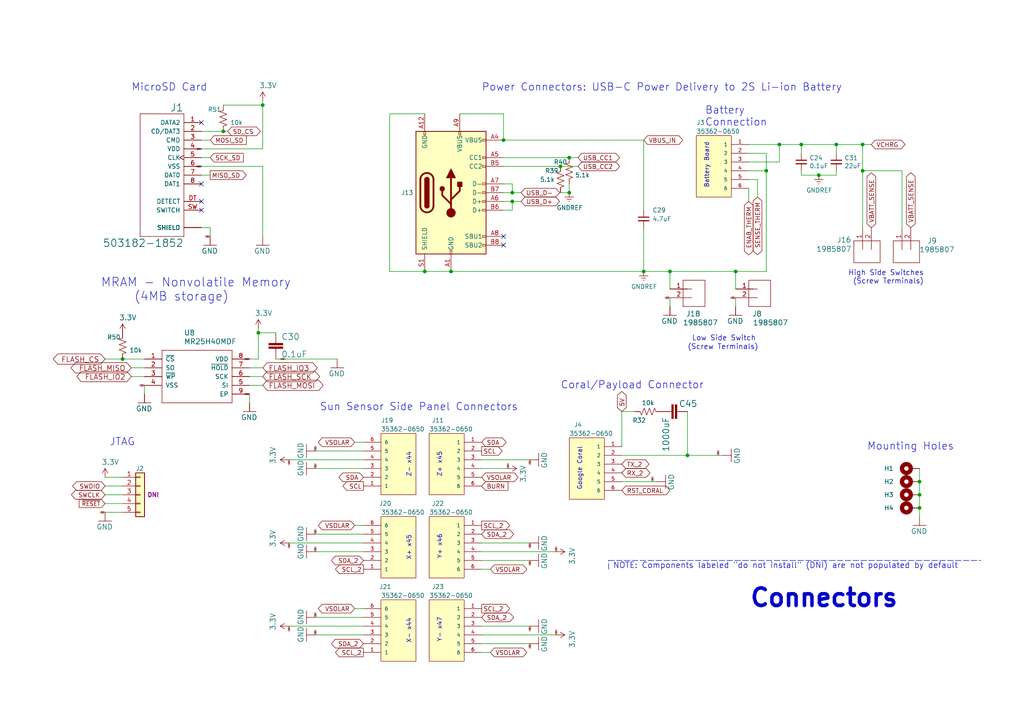
<source format=kicad_sch>
(kicad_sch (version 20211123) (generator eeschema)
  (paper "A4")
  (title_block (title "PyCubed Mainboard") (date "2021-06-09") (rev "v05c") (company "Max Holliday"))
  (lib_symbols
    (symbol "Connector_Generic:Conn_01x05" (pin_names (offset 1.016) hide)
      (property "Reference" "J" (at 0 7.62 0))
      (property "Value" "Conn_01x05" (at 0 -7.62 0))
      (symbol "Conn_01x05_1_1"
        (rectangle (start -1.27 -4.953) (end 0 -5.207) (stroke (width 0.1524)))
        (rectangle (start -1.27 -2.413) (end 0 -2.667) (stroke (width 0.1524)))
        (rectangle (start -1.27 0.127) (end 0 -0.127) (stroke (width 0.1524)))
        (rectangle (start -1.27 2.667) (end 0 2.413) (stroke (width 0.1524)))
        (rectangle (start -1.27 5.207) (end 0 4.953) (stroke (width 0.1524)))
        (rectangle (start -1.27 6.35) (end 1.27 -6.35) (stroke (width 0.254)) (fill (type background)))
        (pin passive line (at -5.08 5.08 0) (length 3.81) (name "Pin_1") (number "1"))
        (pin passive line (at -5.08 2.54 0) (length 3.81) (name "Pin_2") (number "2"))
        (pin passive line (at -5.08 0 0) (length 3.81) (name "Pin_3") (number "3"))
        (pin passive line (at -5.08 -2.54 0) (length 3.81) (name "Pin_4") (number "4"))
        (pin passive line (at -5.08 -5.08 0) (length 3.81) (name "Pin_5") (number "5"))
      )
    )
    (symbol "Device:C_Small" (pin_numbers hide) (pin_names (offset 0.254) hide)
      (property "Reference" "C" (at 0.254 1.778 0))
      (property "Value" "C_Small" (at 0.254 -2.032 0))
      (symbol "C_Small_0_1"
        (polyline (pts (xy -1.524 -0.508) (xy 1.524 -0.508)) (stroke (width 0.3302)))
        (polyline (pts (xy -1.524 0.508) (xy 1.524 0.508)) (stroke (width 0.3048)))
      )
      (symbol "C_Small_1_1"
        (pin passive line (at 0 2.54 270) (length 2.032) (name "~") (number "1"))
        (pin passive line (at 0 -2.54 90) (length 2.032) (name "~") (number "2"))
      )
    )
    (symbol "Device:R_US" (pin_numbers hide) (pin_names (offset 0))
      (property "Reference" "R" (at 2.54 0 90))
      (property "Value" "R_US" (at -2.54 0 90))
      (symbol "R_US_0_1"
        (polyline (pts (xy 0 -2.286) (xy 0 -2.54)))
        (polyline (pts (xy 0 2.286) (xy 0 2.54)))
        (polyline (pts (xy 0 -0.762) (xy 1.016 -1.143) (xy 0 -1.524) (xy -1.016 -1.905) (xy 0 -2.286)))
        (polyline (pts (xy 0 0.762) (xy 1.016 0.381) (xy 0 0) (xy -1.016 -0.381) (xy 0 -0.762)))
        (polyline (pts (xy 0 2.286) (xy 1.016 1.905) (xy 0 1.524) (xy -1.016 1.143) (xy 0 0.762)))
      )
      (symbol "R_US_1_1"
        (pin passive line (at 0 3.81 270) (length 1.27) (name "~") (number "1"))
        (pin passive line (at 0 -3.81 90) (length 1.27) (name "~") (number "2"))
      )
    )
    (symbol "Mechanical:MountingHole_Pad" (pin_numbers hide) (pin_names (offset 1.016) hide)
      (property "Reference" "H" (at 0 6.35 0))
      (property "Value" "MountingHole_Pad" (at 0 4.445 0))
      (symbol "MountingHole_Pad_0_1"
        (circle (center 0 1.27) (radius 1.27) (stroke (width 1.27)))
      )
      (symbol "MountingHole_Pad_1_1"
        (pin input line (at 0 -2.54 90) (length 2.54) (name "1") (number "1"))
      )
    )
    (symbol "mainboard:2.2UF-0603-10V-20%" (pin_names (offset 1.016))
      (property "Reference" "C" (at 1.524 2.921 0))
      (property "Value" "2.2UF-0603-10V-20%" (at 1.524 -2.159 0))
      (symbol "2.2UF-0603-10V-20%_1_0"
        (rectangle (start -2.032 0.508) (end 2.032 1.016) (fill (type outline)))
        (rectangle (start -2.032 1.524) (end 2.032 2.032) (fill (type outline)))
        (polyline (pts (xy 0 0) (xy 0 0.508)))
        (polyline (pts (xy 0 2.54) (xy 0 2.032)))
        (pin passive line (at 0 5.08 270) (length 2.54) (name "1") (number "1"))
        (pin passive line (at 0 -2.54 90) (length 2.54) (name "2") (number "2"))
      )
    )
    (symbol "mainboard:3.3V" (power) (pin_names (offset 1.016))
      (property "Value" "3.3V" (at -1.016 3.556 0))
      (symbol "3.3V_1_0"
        (polyline (pts (xy 0 2.54) (xy -0.762 1.27)))
        (polyline (pts (xy 0.762 1.27) (xy 0 2.54)))
        (pin power_in line (at 0 0 90) (length 2.54) (name "3.3V") (number "1"))
      )
    )
    (symbol "mainboard:35362-0650" (pin_names (offset 1.016))
      (property "Reference" "J" (at -5.334 11.4554 0))
      (property "Value" "35362-0650" (at -6.096 -11.684 0))
      (symbol "35362-0650_0_0"
        (rectangle (start -5.08 -7.62) (end 5.08 10.16) (stroke (width 0.1524)) (fill (type background)))
        (pin passive line (at 10.16 7.62 180) (length 5.08) (name "1") (number "1"))
        (pin passive line (at 10.16 5.08 180) (length 5.08) (name "2") (number "2"))
        (pin passive line (at 10.16 2.54 180) (length 5.08) (name "3") (number "3"))
        (pin passive line (at 10.16 0 180) (length 5.08) (name "4") (number "4"))
        (pin passive line (at 10.16 -2.54 180) (length 5.08) (name "5") (number "5"))
        (pin passive line (at 10.16 -5.08 180) (length 5.08) (name "6") (number "6"))
      )
    )
    (symbol "mainboard:503182-1852" (pin_names (offset 1.016))
      (property "Reference" "J" (at 0 18.3642 0))
      (property "Value" "503182-1852" (at 0 -20.9042 0))
      (symbol "503182-1852_1_0"
        (polyline (pts (xy 0 -17.78) (xy 12.7 -17.78)))
        (polyline (pts (xy 0 17.78) (xy 0 -17.78)))
        (polyline (pts (xy 12.7 -17.78) (xy 12.7 17.78)))
        (polyline (pts (xy 12.7 17.78) (xy 0 17.78)))
        (pin bidirectional line (at -5.08 15.24 0) (length 5.08) (name "DATA2") (number "1"))
        (pin bidirectional line (at -5.08 12.7 0) (length 5.08) (name "CD/DAT3") (number "2"))
        (pin bidirectional line (at -5.08 10.16 0) (length 5.08) (name "CMD") (number "3"))
        (pin power_in line (at -5.08 7.62 0) (length 5.08) (name "VDD") (number "4"))
        (pin bidirectional clock (at -5.08 5.08 0) (length 5.08) (name "CLK") (number "5"))
        (pin power_in line (at -5.08 2.54 0) (length 5.08) (name "VSS") (number "6"))
        (pin bidirectional line (at -5.08 0 0) (length 5.08) (name "DAT0") (number "7"))
        (pin bidirectional line (at -5.08 -2.54 0) (length 5.08) (name "DAT1") (number "8"))
        (pin bidirectional line (at -5.08 -7.62 0) (length 5.08) (name "DETECT") (number "DT"))
        (pin passive line (at -5.08 -15.24 0) (length 5.08) (name "SHIELD") (number "P1"))
        (pin passive line (at -5.08 -15.24 0) (length 5.08) (name "SHIELD") (number "P2"))
        (pin passive line (at -5.08 -15.24 0) (length 5.08) (name "SHIELD") (number "P3"))
        (pin passive line (at -5.08 -15.24 0) (length 5.08) (name "SHIELD") (number "P4"))
        (pin passive line (at -5.08 -15.24 0) (length 5.08) (name "SHIELD") (number "P5"))
        (pin bidirectional line (at -5.08 -10.16 0) (length 5.08) (name "SWITCH") (number "SW"))
      )
    )
    (symbol "mainboard:GND" (power) (pin_names (offset 1.016))
      (property "Value" "GND" (at -2.54 -2.54 0))
      (symbol "GND_1_0"
        (polyline (pts (xy -1.905 0) (xy 1.905 0)))
        (pin power_in line (at 0 2.54 270) (length 2.54) (name "GND") (number "1"))
      )
    )
    (symbol "mainboard:M023.5MM_LOCK" (pin_names (offset 1.016))
      (property "Reference" "JP" (at -2.54 5.842 0))
      (property "Value" "M023.5MM_LOCK" (at -2.54 -5.08 0))
      (symbol "M023.5MM_LOCK_1_0"
        (polyline (pts (xy -2.54 5.08) (xy -2.54 -2.54)))
        (polyline (pts (xy -2.54 5.08) (xy 3.81 5.08)))
        (polyline (pts (xy 1.27 0) (xy 2.54 0)))
        (polyline (pts (xy 1.27 2.54) (xy 2.54 2.54)))
        (polyline (pts (xy 3.81 -2.54) (xy -2.54 -2.54)))
        (polyline (pts (xy 3.81 -2.54) (xy 3.81 5.08)))
        (pin passive line (at 7.62 0 180) (length 5.08) (name "1") (number "1"))
        (pin passive line (at 7.62 2.54 180) (length 5.08) (name "2") (number "2"))
      )
    )
    (symbol "mainboard:MR25H40MDF" (pin_names (offset 1.016))
      (property "Reference" "U" (at 11.43 7.62 0))
      (property "Value" "MR25H40MDF" (at 11.43 5.08 0))
      (symbol "MR25H40MDF_1_0"
        (polyline (pts (xy 5.08 2.54) (xy 5.08 -12.7)))
        (polyline (pts (xy 5.08 2.54) (xy 25.4 2.54)))
        (polyline (pts (xy 25.4 -12.7) (xy 5.08 -12.7)))
        (polyline (pts (xy 25.4 -12.7) (xy 25.4 2.54)))
        (pin bidirectional line (at 0 0 0) (length 5.08) (name "~{CS}") (number "1"))
        (pin bidirectional line (at 0 -2.54 0) (length 5.08) (name "SO") (number "2"))
        (pin bidirectional line (at 0 -5.08 0) (length 5.08) (name "~{WP}") (number "3"))
        (pin bidirectional line (at 0 -7.62 0) (length 5.08) (name "VSS") (number "4"))
        (pin bidirectional line (at 30.48 -7.62 180) (length 5.08) (name "SI") (number "5"))
        (pin bidirectional line (at 30.48 -5.08 180) (length 5.08) (name "SCK") (number "6"))
        (pin bidirectional line (at 30.48 -2.54 180) (length 5.08) (name "~{HOLD}") (number "7"))
        (pin bidirectional line (at 30.48 0 180) (length 5.08) (name "VDD") (number "8"))
        (pin bidirectional line (at 30.48 -10.16 180) (length 5.08) (name "EP") (number "9"))
      )
    )
    (symbol "mainboard:USB_C_pycubed" (pin_names (offset 1.016))
      (property "Reference" "J" (at -12.7 0 90))
      (symbol "USB_C_pycubed_1_1"
        (rectangle (start -10.16 17.78) (end 10.16 -17.78) (stroke (width 0.254)) (fill (type background)))
        (arc (start -8.89 -3.81) (mid -6.985 -5.715) (end -5.08 -3.81) (stroke (width 0.508)))
        (rectangle (start -7.874 17.78) (end -7.366 16.764))
        (arc (start -7.62 -3.81) (mid -6.985 -4.445) (end -6.35 -3.81) (stroke (width 0.254)))
        (arc (start -7.62 -3.81) (mid -6.985 -4.445) (end -6.35 -3.81) (stroke (width 0.254)) (fill (type outline)))
        (rectangle (start -7.62 -3.81) (end -6.35 3.81) (stroke (width 0.254)) (fill (type outline)))
        (arc (start -6.35 3.81) (mid -6.985 4.445) (end -7.62 3.81) (stroke (width 0.254)))
        (arc (start -6.35 3.81) (mid -6.985 4.445) (end -7.62 3.81) (stroke (width 0.254)) (fill (type outline)))
        (arc (start -5.08 3.81) (mid -6.985 5.715) (end -8.89 3.81) (stroke (width 0.508)))
        (circle (center -2.54 1.143) (radius 0.635) (stroke (width 0.254)) (fill (type outline)))
        (rectangle (start -0.254 -17.78) (end 0.254 -16.764))
        (circle (center 0 -5.842) (radius 1.27) (fill (type outline)))
        (polyline (pts (xy -8.89 -3.81) (xy -8.89 3.81)) (stroke (width 0.508)))
        (polyline (pts (xy -5.08 3.81) (xy -5.08 -3.81)) (stroke (width 0.508)))
        (polyline (pts (xy 0 -5.842) (xy 0 4.318)) (stroke (width 0.508)))
        (polyline (pts (xy 0 -3.302) (xy -2.54 -0.762) (xy -2.54 0.508)) (stroke (width 0.508)))
        (polyline (pts (xy 0 -2.032) (xy 2.54 0.508) (xy 2.54 1.778)) (stroke (width 0.508)))
        (polyline (pts (xy -1.27 4.318) (xy 0 6.858) (xy 1.27 4.318) (xy -1.27 4.318)) (stroke (width 0.254)) (fill (type outline)))
        (rectangle (start 1.905 1.778) (end 3.175 3.048) (stroke (width 0.254)) (fill (type outline)))
        (rectangle (start 2.286 17.78) (end 2.794 16.764))
        (rectangle (start 10.16 -14.986) (end 9.144 -15.494))
        (rectangle (start 10.16 -12.446) (end 9.144 -12.954))
        (rectangle (start 10.16 -4.826) (end 9.144 -5.334))
        (rectangle (start 10.16 -2.286) (end 9.144 -2.794))
        (rectangle (start 10.16 0.254) (end 9.144 -0.254))
        (rectangle (start 10.16 2.794) (end 9.144 2.286))
        (rectangle (start 10.16 7.874) (end 9.144 7.366))
        (rectangle (start 10.16 10.414) (end 9.144 9.906))
        (rectangle (start 10.16 15.494) (end 9.144 14.986))
        (pin passive line (at 0 -22.86 90) (length 5.08) (name "GND") (number "A1"))
        (pin passive line (at -7.62 22.86 270) (length 5.08) (name "GND") (number "A12"))
        (pin passive line (at 15.24 15.24 180) (length 5.08) (name "VBUS") (number "A4"))
        (pin bidirectional line (at 15.24 10.16 180) (length 5.08) (name "CC1") (number "A5"))
        (pin bidirectional line (at 15.24 -2.54 180) (length 5.08) (name "D+") (number "A6"))
        (pin bidirectional line (at 15.24 2.54 180) (length 5.08) (name "D-") (number "A7"))
        (pin bidirectional line (at 15.24 -12.7 180) (length 5.08) (name "SBU1") (number "A8"))
        (pin passive line (at 2.54 22.86 270) (length 5.08) (name "VBUS") (number "A9"))
        (pin bidirectional line (at 15.24 7.62 180) (length 5.08) (name "CC2") (number "B5"))
        (pin bidirectional line (at 15.24 -5.08 180) (length 5.08) (name "D+") (number "B6"))
        (pin bidirectional line (at 15.24 0 180) (length 5.08) (name "D-") (number "B7"))
        (pin bidirectional line (at 15.24 -15.24 180) (length 5.08) (name "SBU2") (number "B8"))
        (pin passive line (at -7.62 -22.86 90) (length 5.08) (name "SHIELD") (number "S1"))
      )
    )
    (symbol "power:GNDREF" (power) (pin_names (offset 0))
      (property "Value" "GNDREF" (at 0 -3.81 0))
      (symbol "GNDREF_0_1"
        (polyline (pts (xy -0.635 -1.905) (xy 0.635 -1.905)))
        (polyline (pts (xy -0.127 -2.54) (xy 0.127 -2.54)))
        (polyline (pts (xy 0 -1.27) (xy 0 0)))
        (polyline (pts (xy 1.27 -1.27) (xy -1.27 -1.27)))
      )
      (symbol "GNDREF_1_1"
        (pin power_in line (at 0 0 270) (length 0) hide (name "GNDREF") (number "1"))
      )
    )
  )
  (junction (at 74.93 96.52))
  (junction (at 213.36 78.74))
  (junction (at 165.1 45.72))
  (junction (at 123.19 78.74))
  (junction (at 199.39 132.08))
  (junction (at 242.57 41.91))
  (junction (at 165.1 55.88))
  (junction (at 186.69 78.74))
  (junction (at 130.81 78.74))
  (junction (at 266.7 143.51))
  (junction (at 35.56 104.14))
  (junction (at 226.06 41.91))
  (junction (at 148.59 55.88))
  (junction (at 266.7 147.32))
  (junction (at 76.2 30.48))
  (junction (at 237.49 50.8))
  (junction (at 232.41 41.91))
  (junction (at 146.05 40.64))
  (junction (at 222.25 49.53))
  (junction (at 250.19 49.53))
  (junction (at 64.77 38.1))
  (junction (at 148.59 58.42))
  (junction (at 266.7 139.7))
  (junction (at 194.31 78.74))
  (junction (at 250.19 41.91))
  (junction (at 162.56 48.26))
  (no_connect (at 146.05 71.12))
  (no_connect (at 58.42 53.34))
  (no_connect (at 58.42 35.56))
  (no_connect (at 58.42 58.42))
  (no_connect (at 58.42 60.96))
  (no_connect (at 146.05 68.58))
  (wire (pts (xy 186.69 66.04) (xy 186.69 78.74)))
  (wire (pts (xy 83.82 157.48) (xy 105.41 157.48)))
  (wire (pts (xy 35.56 143.51) (xy 30.48 143.51)))
  (wire (pts (xy 80.01 96.52) (xy 74.93 96.52)))
  (polyline (pts (xy 176.53 165.1) (xy 176.53 162.56)))
  (wire (pts (xy 217.17 41.91) (xy 226.06 41.91)))
  (wire (pts (xy 76.2 30.48) (xy 76.2 29.21)))
  (wire (pts (xy 91.44 130.81) (xy 105.41 130.81)))
  (wire (pts (xy 194.31 78.74) (xy 213.36 78.74)))
  (wire (pts (xy 139.7 189.23) (xy 142.24 189.23)))
  (wire (pts (xy 76.2 48.26) (xy 76.2 68.58)))
  (wire (pts (xy 199.39 132.08) (xy 209.55 132.08)))
  (wire (pts (xy 165.1 45.72) (xy 167.64 45.72)))
  (wire (pts (xy 35.56 146.05) (xy 30.48 146.05)))
  (wire (pts (xy 64.77 30.48) (xy 76.2 30.48)))
  (wire (pts (xy 146.05 48.26) (xy 162.56 48.26)))
  (wire (pts (xy 113.03 78.74) (xy 113.03 33.02)))
  (wire (pts (xy 219.71 52.07) (xy 219.71 57.15)))
  (wire (pts (xy 242.57 44.45) (xy 242.57 41.91)))
  (wire (pts (xy 194.31 86.36) (xy 194.31 88.9)))
  (wire (pts (xy 222.25 44.45) (xy 222.25 49.53)))
  (wire (pts (xy 162.56 48.26) (xy 167.64 48.26)))
  (wire (pts (xy 199.39 119.38) (xy 199.39 132.08)))
  (wire (pts (xy 232.41 50.8) (xy 232.41 49.53)))
  (wire (pts (xy 266.7 143.51) (xy 266.7 147.32)))
  (wire (pts (xy 153.67 162.56) (xy 139.7 162.56)))
  (wire (pts (xy 64.77 38.1) (xy 66.04 38.1)))
  (wire (pts (xy 146.05 33.02) (xy 146.05 40.64)))
  (wire (pts (xy 105.41 176.53) (xy 102.87 176.53)))
  (wire (pts (xy 91.44 179.07) (xy 105.41 179.07)))
  (wire (pts (xy 30.48 148.59) (xy 35.56 148.59)))
  (wire (pts (xy 147.32 135.89) (xy 139.7 135.89)))
  (wire (pts (xy 58.42 45.72) (xy 60.96 45.72)))
  (wire (pts (xy 105.41 152.4) (xy 102.87 152.4)))
  (wire (pts (xy 266.7 139.7) (xy 266.7 143.51)))
  (wire (pts (xy 250.19 49.53) (xy 261.62 49.53)))
  (wire (pts (xy 91.44 154.94) (xy 105.41 154.94)))
  (wire (pts (xy 148.59 60.96) (xy 148.59 58.42)))
  (wire (pts (xy 213.36 83.82) (xy 213.36 78.74)))
  (wire (pts (xy 76.2 43.18) (xy 76.2 30.48)))
  (wire (pts (xy 58.42 40.64) (xy 60.96 40.64)))
  (wire (pts (xy 146.05 60.96) (xy 148.59 60.96)))
  (wire (pts (xy 72.39 104.14) (xy 74.93 104.14)))
  (wire (pts (xy 250.19 41.91) (xy 250.19 49.53)))
  (wire (pts (xy 217.17 52.07) (xy 219.71 52.07)))
  (wire (pts (xy 148.59 58.42) (xy 146.05 58.42)))
  (wire (pts (xy 186.69 40.64) (xy 186.69 60.96)))
  (wire (pts (xy 58.42 66.04) (xy 60.96 66.04)))
  (wire (pts (xy 180.34 139.7) (xy 190.5 139.7)))
  (wire (pts (xy 226.06 41.91) (xy 232.41 41.91)))
  (wire (pts (xy 153.67 186.69) (xy 139.7 186.69)))
  (wire (pts (xy 213.36 78.74) (xy 222.25 78.74)))
  (wire (pts (xy 186.69 78.74) (xy 194.31 78.74)))
  (wire (pts (xy 161.29 184.15) (xy 139.7 184.15)))
  (wire (pts (xy 266.7 135.89) (xy 266.7 139.7)))
  (wire (pts (xy 76.2 106.68) (xy 72.39 106.68)))
  (wire (pts (xy 153.67 157.48) (xy 139.7 157.48)))
  (wire (pts (xy 266.7 147.32) (xy 266.7 149.86)))
  (wire (pts (xy 153.67 133.35) (xy 139.7 133.35)))
  (wire (pts (xy 30.48 104.14) (xy 35.56 104.14)))
  (wire (pts (xy 148.59 53.34) (xy 148.59 55.88)))
  (wire (pts (xy 91.44 160.02) (xy 105.41 160.02)))
  (wire (pts (xy 222.25 49.53) (xy 222.25 78.74)))
  (wire (pts (xy 226.06 46.99) (xy 217.17 46.99)))
  (wire (pts (xy 217.17 49.53) (xy 222.25 49.53)))
  (wire (pts (xy 237.49 50.8) (xy 242.57 50.8)))
  (wire (pts (xy 123.19 78.74) (xy 113.03 78.74)))
  (wire (pts (xy 123.19 78.74) (xy 130.81 78.74)))
  (wire (pts (xy 76.2 109.22) (xy 72.39 109.22)))
  (wire (pts (xy 35.56 104.14) (xy 41.91 104.14)))
  (wire (pts (xy 186.69 40.64) (xy 146.05 40.64)))
  (wire (pts (xy 252.73 41.91) (xy 250.19 41.91)))
  (wire (pts (xy 91.44 184.15) (xy 105.41 184.15)))
  (wire (pts (xy 72.39 114.3) (xy 72.39 116.84)))
  (wire (pts (xy 83.82 181.61) (xy 105.41 181.61)))
  (wire (pts (xy 261.62 49.53) (xy 261.62 66.04)))
  (wire (pts (xy 250.19 49.53) (xy 250.19 66.04)))
  (wire (pts (xy 180.34 119.38) (xy 184.15 119.38)))
  (wire (pts (xy 148.59 55.88) (xy 151.13 55.88)))
  (wire (pts (xy 91.44 135.89) (xy 105.41 135.89)))
  (wire (pts (xy 60.96 66.04) (xy 60.96 68.58)))
  (wire (pts (xy 217.17 44.45) (xy 222.25 44.45)))
  (wire (pts (xy 105.41 128.27) (xy 102.87 128.27)))
  (wire (pts (xy 80.01 104.14) (xy 97.79 104.14)))
  (wire (pts (xy 74.93 104.14) (xy 74.93 96.52)))
  (wire (pts (xy 146.05 53.34) (xy 148.59 53.34)))
  (wire (pts (xy 133.35 33.02) (xy 146.05 33.02)))
  (wire (pts (xy 161.29 160.02) (xy 139.7 160.02)))
  (wire (pts (xy 242.57 50.8) (xy 242.57 49.53)))
  (wire (pts (xy 83.82 133.35) (xy 105.41 133.35)))
  (wire (pts (xy 165.1 55.88) (xy 165.1 53.34)))
  (wire (pts (xy 232.41 50.8) (xy 237.49 50.8)))
  (wire (pts (xy 139.7 165.1) (xy 142.24 165.1)))
  (wire (pts (xy 146.05 45.72) (xy 165.1 45.72)))
  (wire (pts (xy 194.31 83.82) (xy 194.31 78.74)))
  (wire (pts (xy 162.56 55.88) (xy 165.1 55.88)))
  (wire (pts (xy 76.2 111.76) (xy 72.39 111.76)))
  (wire (pts (xy 186.69 78.74) (xy 130.81 78.74)))
  (wire (pts (xy 226.06 41.91) (xy 226.06 46.99)))
  (wire (pts (xy 58.42 43.18) (xy 76.2 43.18)))
  (wire (pts (xy 58.42 38.1) (xy 64.77 38.1)))
  (wire (pts (xy 148.59 58.42) (xy 151.13 58.42)))
  (wire (pts (xy 30.48 138.43) (xy 35.56 138.43)))
  (wire (pts (xy 35.56 140.97) (xy 30.48 140.97)))
  (wire (pts (xy 41.91 111.76) (xy 41.91 114.3)))
  (wire (pts (xy 180.34 132.08) (xy 199.39 132.08)))
  (wire (pts (xy 113.03 33.02) (xy 123.19 33.02)))
  (wire (pts (xy 38.1 106.68) (xy 41.91 106.68)))
  (wire (pts (xy 74.93 96.52) (xy 74.93 95.25)))
  (wire (pts (xy 153.67 181.61) (xy 139.7 181.61)))
  (wire (pts (xy 180.34 119.38) (xy 180.34 129.54)))
  (wire (pts (xy 148.59 55.88) (xy 146.05 55.88)))
  (wire (pts (xy 232.41 44.45) (xy 232.41 41.91)))
  (wire (pts (xy 213.36 86.36) (xy 213.36 88.9)))
  (wire (pts (xy 58.42 50.8) (xy 60.96 50.8)))
  (wire (pts (xy 242.57 41.91) (xy 250.19 41.91)))
  (polyline (pts (xy 176.53 162.56) (xy 284.48 162.56)))
  (wire (pts (xy 58.42 48.26) (xy 76.2 48.26)))
  (wire (pts (xy 232.41 41.91) (xy 242.57 41.91)))
  (wire (pts (xy 217.17 54.61) (xy 217.17 58.42)))
  (wire (pts (xy 38.1 109.22) (xy 41.91 109.22)))
  (text "Google Coral" (at 168.91 142.24 90) (effects (font (size 1.27 1.27)) (justify left bottom)))
  (text "Power Connectors: USB-C Power Delivery to 2S Li-ion Battery" (at 139.7 26.67 0) (effects (font (size 2.159 2.159)) (justify left bottom)))
  (text "Coral/Payload Connector" (at 162.56 113.03 0) (effects (font (size 2.159 2.159)) (justify left bottom)))
  (text "NOTE: Components labeled \"do not install\" (DNI) are not populated by default" (at 177.8 165.1 0) (effects (font (size 1.651 1.651)) (justify left bottom)))
  (text "Battery Board" (at 205.74 54.61 90) (effects (font (size 1.27 1.27)) (justify left bottom)))
  (text "Z+ x45" (at 128.27 138.43 90) (effects (font (size 1.27 1.27)) (justify left bottom)))
  (text "High Side Switches\n(Screw Terminals)" (at 267.97 82.55 180) (effects (font (size 1.4986 1.4986)) (justify right bottom)))
  (text "Connectors" (at 217.17 176.53 0) (effects (font (size 5.08 5.08) (thickness 1.016) bold) (justify left bottom)))
  (text "Battery\nConnection" (at 204.47 36.83 0) (effects (font (size 2.159 2.159)) (justify left bottom)))
  (text "Y- x47" (at 128.27 179.07 270) (effects (font (size 1.27 1.27)) (justify right bottom)))
  (text "Low Side Switch" (at 200.66 99.06 0) (effects (font (size 1.4986 1.4986)) (justify left bottom)))
  (text "Sun Sensor Side Panel Connectors" (at 92.71 119.38 0) (effects (font (size 2.159 2.159)) (justify left bottom)))
  (text "MRAM - Nonvolatile Memory\n     (4MB storage)" (at 29.21 87.63 0) (effects (font (size 2.54 2.54)) (justify left bottom)))
  (text "Y+ x46" (at 128.27 154.94 270) (effects (font (size 1.27 1.27)) (justify right bottom)))
  (text "Z- x44" (at 119.38 138.43 90) (effects (font (size 1.27 1.27)) (justify left bottom)))
  (text "MicroSD Card" (at 38.1 26.67 0) (effects (font (size 2.159 2.159)) (justify left bottom)))
  (text "X- x44" (at 119.38 186.69 90) (effects (font (size 1.27 1.27)) (justify left bottom)))
  (text "JTAG" (at 31.75 129.54 0) (effects (font (size 2.159 2.159)) (justify left bottom)))
  (text "(Screw Terminals)" (at 199.39 101.6 0) (effects (font (size 1.4986 1.4986)) (justify left bottom)))
  (text "Mounting Holes" (at 251.46 130.81 0) (effects (font (size 2.159 2.159)) (justify left bottom)))
  (text "X+ x45" (at 119.38 162.56 90) (effects (font (size 1.27 1.27)) (justify left bottom)))
  (global_label "SD_CS" (shape bidirectional) (at 66.04 38.1 0) (property "Intersheet References" "${INTERSHEET_REFS}" (effects hide)))
  (global_label "SDA_2" (shape bidirectional) (at 105.41 186.69 180) (property "Intersheet References" "${INTERSHEET_REFS}" (effects hide)))
  (global_label "GND" (shape bidirectional) (at 153.67 133.35 270) (effects (font (size 0.254 0.254))) (property "Intersheet References" "${INTERSHEET_REFS}" (effects hide)))
  (global_label "RX_2" (shape bidirectional) (at 180.34 137.16 0) (property "Intersheet References" "${INTERSHEET_REFS}" (effects hide)))
  (global_label "MISO_SD" (shape output) (at 60.96 50.8 0) (property "Intersheet References" "${INTERSHEET_REFS}" (effects hide)))
  (global_label "3.3V" (shape bidirectional) (at 161.29 184.15 90) (effects (font (size 0.254 0.254))) (property "Intersheet References" "${INTERSHEET_REFS}" (effects hide)))
  (global_label "SCL" (shape output) (at 139.7 130.81 0) (property "Intersheet References" "${INTERSHEET_REFS}" (effects hide)))
  (global_label "SCL" (shape output) (at 105.41 140.97 180) (property "Intersheet References" "${INTERSHEET_REFS}" (effects hide)))
  (global_label "GND" (shape bidirectional) (at 91.44 154.94 90) (effects (font (size 0.254 0.254))) (property "Intersheet References" "${INTERSHEET_REFS}" (effects hide)))
  (global_label "GND" (shape bidirectional) (at 41.91 111.76 180) (effects (font (size 0.254 0.254))) (property "Intersheet References" "${INTERSHEET_REFS}" (effects hide)))
  (global_label "GND" (shape bidirectional) (at 153.67 186.69 270) (effects (font (size 0.254 0.254))) (property "Intersheet References" "${INTERSHEET_REFS}" (effects hide)))
  (global_label "FLASH_CS" (shape bidirectional) (at 30.48 104.14 180) (effects (font (size 1.4986 1.4986))) (property "Intersheet References" "${INTERSHEET_REFS}" (effects hide)))
  (global_label "3.3V" (shape bidirectional) (at 83.82 157.48 270) (effects (font (size 0.254 0.254))) (property "Intersheet References" "${INTERSHEET_REFS}" (effects hide)))
  (global_label "GND" (shape bidirectional) (at 153.67 181.61 270) (effects (font (size 0.254 0.254))) (property "Intersheet References" "${INTERSHEET_REFS}" (effects hide)))
  (global_label "GND" (shape bidirectional) (at 60.96 68.58 180) (effects (font (size 0.254 0.254))) (property "Intersheet References" "${INTERSHEET_REFS}" (effects hide)))
  (global_label "GND" (shape bidirectional) (at 81.28 104.14 0) (effects (font (size 0.254 0.254))) (property "Intersheet References" "${INTERSHEET_REFS}" (effects hide)))
  (global_label "SCK_SD" (shape input) (at 60.96 45.72 0) (property "Intersheet References" "${INTERSHEET_REFS}" (effects hide)))
  (global_label "3.3V" (shape bidirectional) (at 72.39 104.14 180) (effects (font (size 0.254 0.254))) (property "Intersheet References" "${INTERSHEET_REFS}" (effects hide)))
  (global_label "TX_2" (shape bidirectional) (at 180.34 134.62 0) (property "Intersheet References" "${INTERSHEET_REFS}" (effects hide)))
  (global_label "FLASH_SCK" (shape bidirectional) (at 76.2 109.22 0) (effects (font (size 1.4986 1.4986))) (property "Intersheet References" "${INTERSHEET_REFS}" (effects hide)))
  (global_label "SWDIO" (shape bidirectional) (at 30.48 140.97 180) (property "Intersheet References" "${INTERSHEET_REFS}" (effects hide)))
  (global_label "GND" (shape bidirectional) (at 213.36 86.36 180) (effects (font (size 0.254 0.254))) (property "Intersheet References" "${INTERSHEET_REFS}" (effects hide)))
  (global_label "SCL_2" (shape output) (at 139.7 152.4 0) (property "Intersheet References" "${INTERSHEET_REFS}" (effects hide)))
  (global_label "GND" (shape bidirectional) (at 91.44 160.02 90) (effects (font (size 0.254 0.254))) (property "Intersheet References" "${INTERSHEET_REFS}" (effects hide)))
  (global_label "BURN" (shape input) (at 139.7 140.97 0) (property "Intersheet References" "${INTERSHEET_REFS}" (effects hide)))
  (global_label "VCHRG" (shape bidirectional) (at 252.73 41.91 0) (property "Intersheet References" "${INTERSHEET_REFS}" (effects hide)))
  (global_label "FLASH_MISO" (shape bidirectional) (at 38.1 106.68 180) (effects (font (size 1.4986 1.4986))) (property "Intersheet References" "${INTERSHEET_REFS}" (effects hide)))
  (global_label "FLASH_IO2" (shape bidirectional) (at 38.1 109.22 180) (effects (font (size 1.4986 1.4986))) (property "Intersheet References" "${INTERSHEET_REFS}" (effects hide)))
  (global_label "SDA_2" (shape bidirectional) (at 105.41 162.56 180) (property "Intersheet References" "${INTERSHEET_REFS}" (effects hide)))
  (global_label "USB_D+" (shape bidirectional) (at 151.13 58.42 0) (property "Intersheet References" "${INTERSHEET_REFS}" (effects hide)))
  (global_label "VSOLAR" (shape bidirectional) (at 102.87 152.4 180) (property "Intersheet References" "${INTERSHEET_REFS}" (effects hide)))
  (global_label "GND" (shape bidirectional) (at 194.31 86.36 180) (effects (font (size 0.254 0.254))) (property "Intersheet References" "${INTERSHEET_REFS}" (effects hide)))
  (global_label "GND" (shape bidirectional) (at 72.39 114.3 180) (effects (font (size 0.254 0.254))) (property "Intersheet References" "${INTERSHEET_REFS}" (effects hide)))
  (global_label "RST_CORAL" (shape bidirectional) (at 180.34 142.24 0) (property "Intersheet References" "${INTERSHEET_REFS}" (effects hide)))
  (global_label "GND" (shape bidirectional) (at 58.42 48.26 180) (effects (font (size 0.254 0.254))) (property "Intersheet References" "${INTERSHEET_REFS}" (effects hide)))
  (global_label "VBATT_SENSE" (shape bidirectional) (at 252.73 66.04 90) (property "Intersheet References" "${INTERSHEET_REFS}" (effects hide)))
  (global_label "VSOLAR" (shape bidirectional) (at 102.87 176.53 180) (property "Intersheet References" "${INTERSHEET_REFS}" (effects hide)))
  (global_label "GND" (shape bidirectional) (at 153.67 157.48 270) (effects (font (size 0.254 0.254))) (property "Intersheet References" "${INTERSHEET_REFS}" (effects hide)))
  (global_label "VSOLAR" (shape bidirectional) (at 139.7 138.43 0) (property "Intersheet References" "${INTERSHEET_REFS}" (effects hide)))
  (global_label "VSOLAR" (shape bidirectional) (at 142.24 189.23 0) (property "Intersheet References" "${INTERSHEET_REFS}" (effects hide)))
  (global_label "SDA" (shape bidirectional) (at 139.7 128.27 0) (property "Intersheet References" "${INTERSHEET_REFS}" (effects hide)))
  (global_label "SWCLK" (shape bidirectional) (at 30.48 143.51 180) (property "Intersheet References" "${INTERSHEET_REFS}" (effects hide)))
  (global_label "VSOLAR" (shape bidirectional) (at 142.24 165.1 0) (property "Intersheet References" "${INTERSHEET_REFS}" (effects hide)))
  (global_label "GND" (shape bidirectional) (at 91.44 130.81 90) (effects (font (size 0.254 0.254))) (property "Intersheet References" "${INTERSHEET_REFS}" (effects hide)))
  (global_label "SCL_2" (shape output) (at 105.41 165.1 180) (property "Intersheet References" "${INTERSHEET_REFS}" (effects hide)))
  (global_label "SENSE_THERM" (shape bidirectional) (at 219.71 57.15 270) (property "Intersheet References" "${INTERSHEET_REFS}" (effects hide)))
  (global_label "3.3V" (shape bidirectional) (at 147.32 135.89 90) (effects (font (size 0.254 0.254))) (property "Intersheet References" "${INTERSHEET_REFS}" (effects hide)))
  (global_label "FLASH_MOSI" (shape bidirectional) (at 76.2 111.76 0) (effects (font (size 1.4986 1.4986))) (property "Intersheet References" "${INTERSHEET_REFS}" (effects hide)))
  (global_label "GND" (shape bidirectional) (at 30.48 148.59 180) (effects (font (size 0.254 0.254))) (property "Intersheet References" "${INTERSHEET_REFS}" (effects hide)))
  (global_label "5V" (shape bidirectional) (at 180.34 119.38 90) (property "Intersheet References" "${INTERSHEET_REFS}" (effects hide)))
  (global_label "GND" (shape bidirectional) (at 153.67 162.56 270) (effects (font (size 0.254 0.254))) (property "Intersheet References" "${INTERSHEET_REFS}" (effects hide)))
  (global_label "ENAB_THERM" (shape bidirectional) (at 217.17 58.42 270) (property "Intersheet References" "${INTERSHEET_REFS}" (effects hide)))
  (global_label "3.3V" (shape bidirectional) (at 58.42 43.18 180) (effects (font (size 0.254 0.254))) (property "Intersheet References" "${INTERSHEET_REFS}" (effects hide)))
  (global_label "VBATT_SENSE" (shape bidirectional) (at 264.16 66.04 90) (property "Intersheet References" "${INTERSHEET_REFS}" (effects hide)))
  (global_label "SDA_2" (shape bidirectional) (at 139.7 179.07 0) (property "Intersheet References" "${INTERSHEET_REFS}" (effects hide)))
  (global_label "MOSI_SD" (shape input) (at 60.96 40.64 0) (property "Intersheet References" "${INTERSHEET_REFS}" (effects hide)))
  (global_label "GND" (shape bidirectional) (at 189.23 139.7 90) (effects (font (size 0.254 0.254))) (property "Intersheet References" "${INTERSHEET_REFS}" (effects hide)))
  (global_label "USB_CC2" (shape bidirectional) (at 167.64 48.26 0) (property "Intersheet References" "${INTERSHEET_REFS}" (effects hide)))
  (global_label "GND" (shape bidirectional) (at 91.44 179.07 90) (effects (font (size 0.254 0.254))) (property "Intersheet References" "${INTERSHEET_REFS}" (effects hide)))
  (global_label "USB_CC1" (shape bidirectional) (at 167.64 45.72 0) (property "Intersheet References" "${INTERSHEET_REFS}" (effects hide)))
  (global_label "3.3V" (shape bidirectional) (at 161.29 160.02 90) (effects (font (size 0.254 0.254))) (property "Intersheet References" "${INTERSHEET_REFS}" (effects hide)))
  (global_label "USB_D-" (shape bidirectional) (at 151.13 55.88 0) (property "Intersheet References" "${INTERSHEET_REFS}" (effects hide)))
  (global_label "GND" (shape bidirectional) (at 91.44 184.15 90) (effects (font (size 0.254 0.254))) (property "Intersheet References" "${INTERSHEET_REFS}" (effects hide)))
  (global_label "~{RESET}" (shape input) (at 30.48 146.05 180) (effects (font (size 1.1684 1.1684))) (property "Intersheet References" "${INTERSHEET_REFS}" (effects hide)))
  (global_label "VSOLAR" (shape bidirectional) (at 102.87 128.27 180) (property "Intersheet References" "${INTERSHEET_REFS}" (effects hide)))
  (global_label "FLASH_IO3" (shape bidirectional) (at 76.2 106.68 0) (effects (font (size 1.4986 1.4986))) (property "Intersheet References" "${INTERSHEET_REFS}" (effects hide)))
  (global_label "SDA" (shape bidirectional) (at 105.41 138.43 180) (property "Intersheet References" "${INTERSHEET_REFS}" (effects hide)))
  (global_label "GND" (shape bidirectional) (at 91.44 135.89 90) (effects (font (size 0.254 0.254))) (property "Intersheet References" "${INTERSHEET_REFS}" (effects hide)))
  (global_label "GND" (shape bidirectional) (at 208.28 132.08 90) (effects (font (size 0.254 0.254))) (property "Intersheet References" "${INTERSHEET_REFS}" (effects hide)))
  (global_label "SCL_2" (shape output) (at 105.41 189.23 180) (property "Intersheet References" "${INTERSHEET_REFS}" (effects hide)))
  (global_label "SDA_2" (shape bidirectional) (at 139.7 154.94 0) (property "Intersheet References" "${INTERSHEET_REFS}" (effects hide)))
  (global_label "VBUS_IN" (shape bidirectional) (at 186.69 40.64 0) (property "Intersheet References" "${INTERSHEET_REFS}" (effects hide)))
  (global_label "3.3V" (shape bidirectional) (at 83.82 133.35 270) (effects (font (size 0.254 0.254))) (property "Intersheet References" "${INTERSHEET_REFS}" (effects hide)))
  (global_label "SCL_2" (shape output) (at 139.7 176.53 0) (property "Intersheet References" "${INTERSHEET_REFS}" (effects hide)))
  (global_label "3.3V" (shape bidirectional) (at 83.82 181.61 270) (effects (font (size 0.254 0.254))) (property "Intersheet References" "${INTERSHEET_REFS}" (effects hide)))
  (symbol (lib_id "mainboard:GND") (at 41.91 116.84 0) (unit 1)
    (property "Reference" "#GND022" (effects hide))
    (property "Value" "GND" (at 39.37 119.38 0) (effects (font (size 1.4986 1.4986)) (justify left bottom)))
  )
  (symbol (lib_id "mainboard:503182-1852") (at 53.34 50.8 0) (mirror y) (unit 1)
    (property "Reference" "J1" (at 53.34 32.4358 0) (effects (font (size 2.159 2.159)) (justify left bottom)))
    (property "Value" "503182-1852" (at 53.34 71.7296 0) (effects (font (size 2.159 2.159)) (justify left bottom)))
    (property "Footprint" "mainboard:MOLEX_503182-1852" (effects hide))
    (property "Datasheet" "https://www.molex.com/pdm_docs/sd/5031821852_sd.pdf" (effects hide))
    (property "Description" "Molex microSD Card Socket" (effects hide))
    (property "Flight" "5031821852" (effects hide))
    (property "Manufacturer_Name" "Molex" (effects hide))
    (property "Manufacturer_Part_Number" "5031821852" (effects hide))
    (property "Proto" "5031821852" (effects hide))
  )
  (symbol (lib_id "mainboard:MR25H40MDF") (at 41.91 104.14 0) (unit 1)
    (property "Reference" "U8" (at 53.34 96.52 0) (effects (font (size 1.4986 1.4986)) (justify left)))
    (property "Value" "MR25H40MDF" (at 53.34 99.06 0) (effects (font (size 1.4986 1.4986)) (justify left)))
    (property "Footprint" "mainboard:SON127P600X500X90-9N" (effects hide))
    (property "Datasheet" "https://www.winbond.com/resource-files/w25q80dv%20dl_revh_10022015.pdf" (effects hide))
    (property "Description" "Non-Volatile Memory" (effects hide))
    (property "Flight" "MR25H40MDF" (effects hide))
    (property "Manufacturer_Name" "Everspin Technologies Inc." (effects hide))
    (property "Manufacturer_Part_Number" "W25Q80DVSNIG" (effects hide))
    (property "Proto" "W25Q80DVSNIG" (effects hide))
  )
  (symbol (lib_id "mainboard:2.2UF-0603-10V-20%") (at 80.01 101.6 0) (unit 1)
    (property "Reference" "C30" (at 81.534 98.679 0) (effects (font (size 1.778 1.778)) (justify left bottom)))
    (property "Value" "0.1uF" (at 81.534 103.759 0) (effects (font (size 1.778 1.778)) (justify left bottom)))
    (property "Footprint" "Capacitor_SMD:C_0603_1608Metric" (effects hide))
    (property "Description" "0.1uF +-10% 50V X7R 0603" (effects hide))
  )
  (symbol (lib_id "mainboard:GND") (at 97.79 106.68 0) (unit 1)
    (property "Reference" "#GND065" (effects hide))
    (property "Value" "GND" (at 95.25 109.22 0) (effects (font (size 1.4986 1.4986)) (justify left bottom)))
  )
  (symbol (lib_id "mainboard:GND") (at 30.48 151.13 0) (unit 1)
    (property "Reference" "#GND023" (effects hide))
    (property "Value" "GND" (at 27.94 153.67 0) (effects (font (size 1.4986 1.4986)) (justify left bottom)))
  )
  (symbol (lib_id "Connector_Generic:Conn_01x05") (at 40.64 143.51 0) (unit 1)
    (property "Reference" "J2" (at 39.37 135.89 0) (effects (justify left)))
    (property "Value" "Conn_01x05" (effects hide))
    (property "Footprint" "Connector_PinHeader_2.54mm:PinHeader_1x05_P2.54mm_Vertical" (effects hide))
    (property "DNI" "DNI" (at 44.45 143.51 0) (effects (font bold)))
    (property "Description" "Vertical Header - 0.1in (2.54mm)" (effects hide))
  )
  (symbol (lib_id "mainboard:3.3V") (at 30.48 138.43 0) (unit 1)
    (property "Reference" "#SUPPLY0102" (effects hide))
    (property "Value" "3.3V" (at 29.464 134.874 0) (effects (font (size 1.4986 1.4986)) (justify left bottom)))
  )
  (symbol (lib_id "Device:C_Small") (at 232.41 46.99 0) (unit 1)
    (property "Reference" "C24" (at 234.7468 45.8216 0) (effects (justify left)))
    (property "Value" "0.1uF" (at 234.7468 48.133 0) (effects (justify left)))
    (property "Footprint" "Capacitor_SMD:C_0603_1608Metric" (effects hide))
    (property "Description" "0.1uF +-10% 50V X7R 0603" (effects hide))
  )
  (symbol (lib_id "Device:C_Small") (at 242.57 46.99 0) (unit 1)
    (property "Reference" "C31" (at 244.9068 45.8216 0) (effects (justify left)))
    (property "Value" "22uF" (at 244.9068 48.133 0) (effects (justify left)))
    (property "Footprint" "Capacitor_SMD:C_0603_1608Metric" (effects hide))
    (property "Description" "22uF +-20% 10V X5R" (effects hide))
  )
  (symbol (lib_id "Device:R_US") (at 64.77 34.29 0) (mirror x) (unit 1)
    (property "Reference" "R51" (at 62.23 31.75 0))
    (property "Value" "10k" (at 68.58 35.56 0))
    (property "Footprint" "Resistor_SMD:R_0603_1608Metric" (effects hide))
    (property "Description" "10k 0603" (effects hide))
  )
  (symbol (lib_id "Device:R_US") (at 35.56 100.33 0) (mirror x) (unit 1)
    (property "Reference" "R50" (at 33.02 97.79 0))
    (property "Value" "10k" (at 39.37 101.6 0))
    (property "Footprint" "Resistor_SMD:R_0603_1608Metric" (effects hide))
    (property "Description" "10k 0603" (effects hide))
  )
  (symbol (lib_id "mainboard:3.3V") (at 35.56 96.52 0) (unit 1)
    (property "Reference" "#SUPPLY0116" (effects hide))
    (property "Value" "3.3V" (at 34.544 92.964 0) (effects (font (size 1.4986 1.4986)) (justify left bottom)))
  )
  (symbol (lib_id "Device:R_US") (at 165.1 49.53 0) (mirror x) (unit 1)
    (property "Reference" "R40" (at 162.56 46.99 0))
    (property "Value" "5.1k" (at 168.91 50.8 0))
    (property "Footprint" "Resistor_SMD:R_0603_1608Metric" (effects hide))
    (property "Description" "5.1k 0603" (effects hide))
  )
  (symbol (lib_id "Device:R_US") (at 162.56 52.07 0) (mirror x) (unit 1)
    (property "Reference" "R39" (at 160.02 49.53 0))
    (property "Value" "5.1k" (at 158.75 52.07 0))
    (property "Footprint" "Resistor_SMD:R_0603_1608Metric" (effects hide))
    (property "Description" "5.1k 0603" (effects hide))
  )
  (symbol (lib_id "power:GNDREF") (at 165.1 55.88 0) (unit 1)
    (property "Reference" "#PWR0107" (effects hide))
    (property "Value" "GNDREF" (at 165.227 60.2742 0))
  )
  (symbol (lib_id "Device:C_Small") (at 186.69 63.5 0) (unit 1)
    (property "Reference" "C29" (at 189.23 60.96 0) (effects (justify left)))
    (property "Value" "4.7uF" (at 189.23 63.5 0) (effects (justify left)))
    (property "Footprint" "Capacitor_SMD:C_0603_1608Metric" (effects hide))
    (property "Description" "4.7uF +-20% 10V X5R" (effects hide))
  )
  (symbol (lib_id "power:GNDREF") (at 186.69 78.74 0) (unit 1)
    (property "Reference" "#PWR0101" (effects hide))
    (property "Value" "GNDREF" (at 186.817 83.1342 0))
  )
  (symbol (lib_id "power:GNDREF") (at 237.49 50.8 0) (unit 1)
    (property "Reference" "#PWR0109" (effects hide))
    (property "Value" "GNDREF" (at 237.617 55.1942 0))
  )
  (symbol (lib_id "mainboard:USB_C_pycubed") (at 130.81 55.88 0) (unit 1)
    (property "Reference" "J13" (at 119.9134 55.88 0) (effects (justify right)))
    (property "Value" "USB_C_pycubed" (effects hide))
    (property "Footprint" "mainboard:USB_C_Receptacle_XKB_U262-161N-4BVC11" (effects hide))
  )
  (symbol (lib_id "mainboard:3.3V") (at 147.32 135.89 270) (unit 1)
    (property "Reference" "#SUPPLY011" (effects hide))
    (property "Value" "3.3V" (at 150.876 134.874 0) (effects (font (size 1.4986 1.4986)) (justify left bottom)))
  )
  (symbol (lib_id "Mechanical:MountingHole_Pad") (at 264.16 135.89 90) (unit 1)
    (property "Reference" "H1" (at 257.81 135.89 90))
    (property "Value" "MountingHole_Pad" (effects hide))
    (property "Footprint" "MountingHole:MountingHole_3.2mm_M3_DIN965_Pad" (effects hide))
    (property "DNI" "DNI" (effects hide))
  )
  (symbol (lib_id "mainboard:GND") (at 266.7 152.4 0) (unit 1)
    (property "Reference" "#GND0105" (effects hide))
    (property "Value" "GND" (at 264.16 154.94 0) (effects (font (size 1.4986 1.4986)) (justify left bottom)))
  )
  (symbol (lib_id "Mechanical:MountingHole_Pad") (at 264.16 139.7 90) (unit 1)
    (property "Reference" "H2" (at 257.81 139.7 90))
    (property "Value" "MountingHole_Pad" (effects hide))
    (property "Footprint" "MountingHole:MountingHole_3.2mm_M3_DIN965_Pad" (effects hide))
    (property "DNI" "DNI" (effects hide))
  )
  (symbol (lib_id "Mechanical:MountingHole_Pad") (at 264.16 143.51 90) (unit 1)
    (property "Reference" "H3" (at 257.81 143.51 90))
    (property "Value" "MountingHole_Pad" (effects hide))
    (property "Footprint" "MountingHole:MountingHole_3.2mm_M3_DIN965_Pad" (effects hide))
    (property "DNI" "DNI" (effects hide))
  )
  (symbol (lib_id "Mechanical:MountingHole_Pad") (at 264.16 147.32 90) (unit 1)
    (property "Reference" "H4" (at 257.81 147.32 90))
    (property "Value" "MountingHole_Pad" (effects hide))
    (property "Footprint" "MountingHole:MountingHole_3.2mm_M3_DIN965_Pad" (effects hide))
    (property "DNI" "DNI" (effects hide))
  )
  (symbol (lib_id "mainboard:M023.5MM_LOCK") (at 261.62 73.66 270) (mirror x) (unit 1)
    (property "Reference" "J9" (at 271.78 69.85 90) (effects (font (size 1.4986 1.4986)) (justify right)))
    (property "Value" "1985807" (at 276.86 72.39 90) (effects (font (size 1.4986 1.4986)) (justify right)))
    (property "Footprint" "mainboard:SCREWTERMINAL-3.5MM-2_LOCK" (effects hide))
    (property "Datasheet" "https://www.mouser.com/datasheet/2/324/4/1985807-1458929.pdf" (effects hide))
    (property "Description" "2-pin Screw Terminal - Side Entry" (effects hide))
    (property "Flight" "1985807" (effects hide))
    (property "Manufacturer_Name" "Phoenix Contact" (effects hide))
    (property "Manufacturer_Part_Number" "1985807" (effects hide))
    (property "Proto" "1985807" (effects hide))
  )
  (symbol (lib_id "mainboard:GND") (at 213.36 91.44 0) (unit 1)
    (property "Reference" "#GND031" (effects hide))
    (property "Value" "GND" (at 210.82 93.98 0) (effects (font (size 1.4986 1.4986)) (justify left bottom)))
  )
  (symbol (lib_id "mainboard:M023.5MM_LOCK") (at 220.98 83.82 180) (unit 1)
    (property "Reference" "J8" (at 220.98 90.17 0) (effects (font (size 1.4986 1.4986)) (justify left bottom)))
    (property "Value" "1985807" (at 228.6 92.71 0) (effects (font (size 1.4986 1.4986)) (justify left bottom)))
    (property "Footprint" "mainboard:SCREWTERMINAL-3.5MM-2_LOCK" (effects hide))
    (property "Datasheet" "https://www.mouser.com/datasheet/2/324/4/1985807-1458929.pdf" (effects hide))
    (property "Description" "2-pin Screw Terminal - Side Entry" (effects hide))
    (property "Flight" "1985807" (effects hide))
    (property "Manufacturer_Name" "Phoenix Contact" (effects hide))
    (property "Manufacturer_Part_Number" "1985807" (effects hide))
    (property "Proto" "1985807" (effects hide))
  )
  (symbol (lib_id "mainboard:35362-0650") (at 129.54 135.89 0) (unit 1)
    (property "Reference" "J11" (at 127 121.92 0))
    (property "Value" "35362-0650" (at 130.81 124.46 0))
    (property "Footprint" "mainboard:MOLEX_35362-0650" (effects hide))
  )
  (symbol (lib_id "mainboard:35362-0650") (at 115.57 133.35 180) (unit 1)
    (property "Reference" "J19" (at 110.49 121.92 0) (effects (justify right)))
    (property "Value" "35362-0650" (at 110.49 124.46 0) (effects (justify right)))
    (property "Footprint" "mainboard:MOLEX_35362-0650" (effects hide))
  )
  (symbol (lib_id "mainboard:35362-0650") (at 129.54 160.02 0) (unit 1)
    (property "Reference" "J22" (at 127 146.05 0))
    (property "Value" "35362-0650" (at 130.81 148.59 0))
    (property "Footprint" "mainboard:MOLEX_35362-0650" (effects hide))
  )
  (symbol (lib_id "mainboard:3.3V") (at 83.82 157.48 90) (unit 1)
    (property "Reference" "#SUPPLY0104" (effects hide))
    (property "Value" "3.3V" (at 80.01 158.75 0) (effects (font (size 1.4986 1.4986)) (justify left bottom)))
  )
  (symbol (lib_id "mainboard:35362-0650") (at 115.57 157.48 180) (unit 1)
    (property "Reference" "J20" (at 111.76 146.05 0))
    (property "Value" "35362-0650" (at 116.84 148.59 0))
    (property "Footprint" "mainboard:MOLEX_35362-0650" (effects hide))
  )
  (symbol (lib_id "mainboard:35362-0650") (at 129.54 184.15 0) (unit 1)
    (property "Reference" "J23" (at 127 170.18 0))
    (property "Value" "35362-0650" (at 130.81 172.72 0))
    (property "Footprint" "mainboard:MOLEX_35362-0650" (effects hide))
  )
  (symbol (lib_id "mainboard:35362-0650") (at 115.57 181.61 180) (unit 1)
    (property "Reference" "J21" (at 111.76 170.18 0))
    (property "Value" "35362-0650" (at 116.84 172.72 0))
    (property "Footprint" "mainboard:MOLEX_35362-0650" (effects hide))
  )
  (symbol (lib_id "mainboard:GND") (at 88.9 160.02 270) (unit 1)
    (property "Reference" "#GND0101" (effects hide))
    (property "Value" "GND" (at 86.36 157.48 0) (effects (font (size 1.4986 1.4986)) (justify left bottom)))
  )
  (symbol (lib_id "mainboard:GND") (at 88.9 154.94 270) (unit 1)
    (property "Reference" "#GND0102" (effects hide))
    (property "Value" "GND" (at 86.36 152.4 0) (effects (font (size 1.4986 1.4986)) (justify left bottom)))
  )
  (symbol (lib_id "mainboard:3.3V") (at 83.82 181.61 90) (unit 1)
    (property "Reference" "#SUPPLY0106" (effects hide))
    (property "Value" "3.3V" (at 80.01 182.88 0) (effects (font (size 1.4986 1.4986)) (justify left bottom)))
  )
  (symbol (lib_id "mainboard:GND") (at 88.9 184.15 270) (unit 1)
    (property "Reference" "#GND0106" (effects hide))
    (property "Value" "GND" (at 86.36 181.61 0) (effects (font (size 1.4986 1.4986)) (justify left bottom)))
  )
  (symbol (lib_id "mainboard:GND") (at 88.9 179.07 270) (unit 1)
    (property "Reference" "#GND0107" (effects hide))
    (property "Value" "GND" (at 86.36 176.53 0) (effects (font (size 1.4986 1.4986)) (justify left bottom)))
  )
  (symbol (lib_id "mainboard:3.3V") (at 161.29 184.15 270) (unit 1)
    (property "Reference" "#SUPPLY0107" (effects hide))
    (property "Value" "3.3V" (at 165.1 182.88 0) (effects (font (size 1.4986 1.4986)) (justify left bottom)))
  )
  (symbol (lib_id "mainboard:GND") (at 156.21 181.61 90) (unit 1)
    (property "Reference" "#GND0110" (effects hide))
    (property "Value" "GND" (at 158.75 184.15 0) (effects (font (size 1.4986 1.4986)) (justify left bottom)))
  )
  (symbol (lib_id "mainboard:GND") (at 156.21 186.69 90) (unit 1)
    (property "Reference" "#GND0111" (effects hide))
    (property "Value" "GND" (at 158.75 189.23 0) (effects (font (size 1.4986 1.4986)) (justify left bottom)))
  )
  (symbol (lib_id "mainboard:3.3V") (at 161.29 160.02 270) (unit 1)
    (property "Reference" "#SUPPLY0108" (effects hide))
    (property "Value" "3.3V" (at 165.1 158.75 0) (effects (font (size 1.4986 1.4986)) (justify left bottom)))
  )
  (symbol (lib_id "mainboard:GND") (at 156.21 157.48 90) (unit 1)
    (property "Reference" "#GND0115" (effects hide))
    (property "Value" "GND" (at 158.75 160.02 0) (effects (font (size 1.4986 1.4986)) (justify left bottom)))
  )
  (symbol (lib_id "mainboard:GND") (at 156.21 162.56 90) (unit 1)
    (property "Reference" "#GND0116" (effects hide))
    (property "Value" "GND" (at 158.75 165.1 0) (effects (font (size 1.4986 1.4986)) (justify left bottom)))
  )
  (symbol (lib_id "mainboard:3.3V") (at 83.82 133.35 90) (unit 1)
    (property "Reference" "#SUPPLY0110" (effects hide))
    (property "Value" "3.3V" (at 80.01 134.62 0) (effects (font (size 1.4986 1.4986)) (justify left bottom)))
  )
  (symbol (lib_id "mainboard:GND") (at 88.9 135.89 270) (unit 1)
    (property "Reference" "#GND0118" (effects hide))
    (property "Value" "GND" (at 86.36 133.35 0) (effects (font (size 1.4986 1.4986)) (justify left bottom)))
  )
  (symbol (lib_id "mainboard:GND") (at 88.9 130.81 270) (unit 1)
    (property "Reference" "#GND0119" (effects hide))
    (property "Value" "GND" (at 86.36 128.27 0) (effects (font (size 1.4986 1.4986)) (justify left bottom)))
  )
  (symbol (lib_id "mainboard:GND") (at 156.21 133.35 90) (unit 1)
    (property "Reference" "#GND0120" (effects hide))
    (property "Value" "GND" (at 158.75 135.89 0) (effects (font (size 1.4986 1.4986)) (justify left bottom)))
  )
  (symbol (lib_id "mainboard:35362-0650") (at 170.18 137.16 0) (unit 1)
    (property "Reference" "J4" (at 167.64 123.19 0))
    (property "Value" "35362-0650" (at 171.45 125.73 0))
    (property "Footprint" "mainboard:MOLEX_35362-0650" (effects hide))
  )
  (symbol (lib_id "mainboard:GND") (at 193.04 139.7 90) (unit 1)
    (property "Reference" "#GND0121" (effects hide))
    (property "Value" "GND" (at 195.58 142.24 0) (effects (font (size 1.4986 1.4986)) (justify left bottom)))
  )
  (symbol (lib_id "mainboard:GND") (at 212.09 132.08 90) (unit 1)
    (property "Reference" "#GND0122" (effects hide))
    (property "Value" "GND" (at 214.63 134.62 0) (effects (font (size 1.4986 1.4986)) (justify left bottom)))
  )
  (symbol (lib_id "mainboard:35362-0650") (at 207.01 49.53 0) (unit 1)
    (property "Reference" "J3" (at 203.2 35.56 0))
    (property "Value" "35362-0650" (at 208.28 38.1 0))
    (property "Footprint" "mainboard:MOLEX_35362-0650" (effects hide))
  )
  (symbol (lib_id "mainboard:GND") (at 72.39 119.38 0) (unit 1)
    (property "Reference" "#GND025" (effects hide))
    (property "Value" "GND" (at 69.85 121.92 0) (effects (font (size 1.4986 1.4986)) (justify left bottom)))
  )
  (symbol (lib_id "mainboard:M023.5MM_LOCK") (at 250.19 73.66 270) (mirror x) (unit 1)
    (property "Reference" "J16" (at 246.9642 69.5706 90) (effects (font (size 1.4986 1.4986)) (justify right)))
    (property "Value" "1985807" (at 246.9642 72.2376 90) (effects (font (size 1.4986 1.4986)) (justify right)))
    (property "Footprint" "mainboard:SCREWTERMINAL-3.5MM-2_LOCK" (effects hide))
    (property "Datasheet" "https://www.mouser.com/datasheet/2/324/4/1985807-1458929.pdf" (effects hide))
    (property "Description" "2-pin Screw Terminal - Side Entry" (effects hide))
    (property "Flight" "1985807" (effects hide))
    (property "Manufacturer_Name" "Phoenix Contact" (effects hide))
    (property "Manufacturer_Part_Number" "1985807" (effects hide))
    (property "Proto" "1985807" (effects hide))
  )
  (symbol (lib_id "mainboard:3.3V") (at 74.93 95.25 0) (unit 1)
    (property "Reference" "#SUPPLY08" (effects hide))
    (property "Value" "3.3V" (at 73.914 91.694 0) (effects (font (size 1.4986 1.4986)) (justify left bottom)))
  )
  (symbol (lib_id "mainboard:GND") (at 194.31 91.44 0) (unit 1)
    (property "Reference" "#GND029" (effects hide))
    (property "Value" "GND" (at 191.77 93.98 0) (effects (font (size 1.4986 1.4986)) (justify left bottom)))
  )
  (symbol (lib_id "mainboard:GND") (at 76.2 71.12 0) (unit 1)
    (property "Reference" "#GND026" (effects hide))
    (property "Value" "GND" (at 73.66 73.66 0) (effects (font (size 1.4986 1.4986)) (justify left bottom)))
  )
  (symbol (lib_id "mainboard:GND") (at 60.96 71.12 0) (unit 1)
    (property "Reference" "#GND024" (effects hide))
    (property "Value" "GND" (at 58.42 73.66 0) (effects (font (size 1.4986 1.4986)) (justify left bottom)))
  )
  (symbol (lib_id "mainboard:3.3V") (at 76.2 29.21 0) (unit 1)
    (property "Reference" "#SUPPLY07" (effects hide))
    (property "Value" "3.3V" (at 75.184 25.654 0) (effects (font (size 1.4986 1.4986)) (justify left bottom)))
  )
  (symbol (lib_id "mainboard:M023.5MM_LOCK") (at 201.93 83.82 180) (unit 1)
    (property "Reference" "J18" (at 203.2 90.17 0) (effects (font (size 1.4986 1.4986)) (justify left bottom)))
    (property "Value" "1985807" (at 208.28 92.71 0) (effects (font (size 1.4986 1.4986)) (justify left bottom)))
    (property "Footprint" "mainboard:SCREWTERMINAL-3.5MM-2_LOCK" (effects hide))
    (property "Datasheet" "https://www.mouser.com/datasheet/2/324/4/1985807-1458929.pdf" (effects hide))
    (property "Description" "2-pin Screw Terminal - Side Entry" (effects hide))
    (property "Flight" "1985807" (effects hide))
    (property "Manufacturer_Name" "Phoenix Contact" (effects hide))
    (property "Manufacturer_Part_Number" "1985807" (effects hide))
    (property "Proto" "1985807" (effects hide))
  )
  (symbol (lib_id "Device:R_US") (at 187.96 119.38 270) (mirror x) (unit 1)
    (property "Reference" "R32" (at 185.42 121.92 90))
    (property "Value" "10k" (at 187.96 116.84 90))
    (property "Footprint" "Resistor_SMD:R_0603_1608Metric" (effects hide))
    (property "Description" "10k 0603" (effects hide))
  )
  (symbol (lib_id "mainboard:2.2UF-0603-10V-20%") (at 194.31 119.38 270) (unit 1)
    (property "Reference" "C45" (at 196.85 118.11 90) (effects (font (size 1.778 1.778)) (justify left bottom)))
    (property "Value" "1000uF" (at 192.151 120.904 0) (effects (font (size 1.778 1.778)) (justify left bottom)))
    (property "Footprint" "Capacitor_Tantalum_SMD:CP_EIA-7361-38_AVX-V" (effects hide))
    (property "Description" "0.1uF +-10% 50V X7R 0603" (effects hide))
  )
)
</source>
